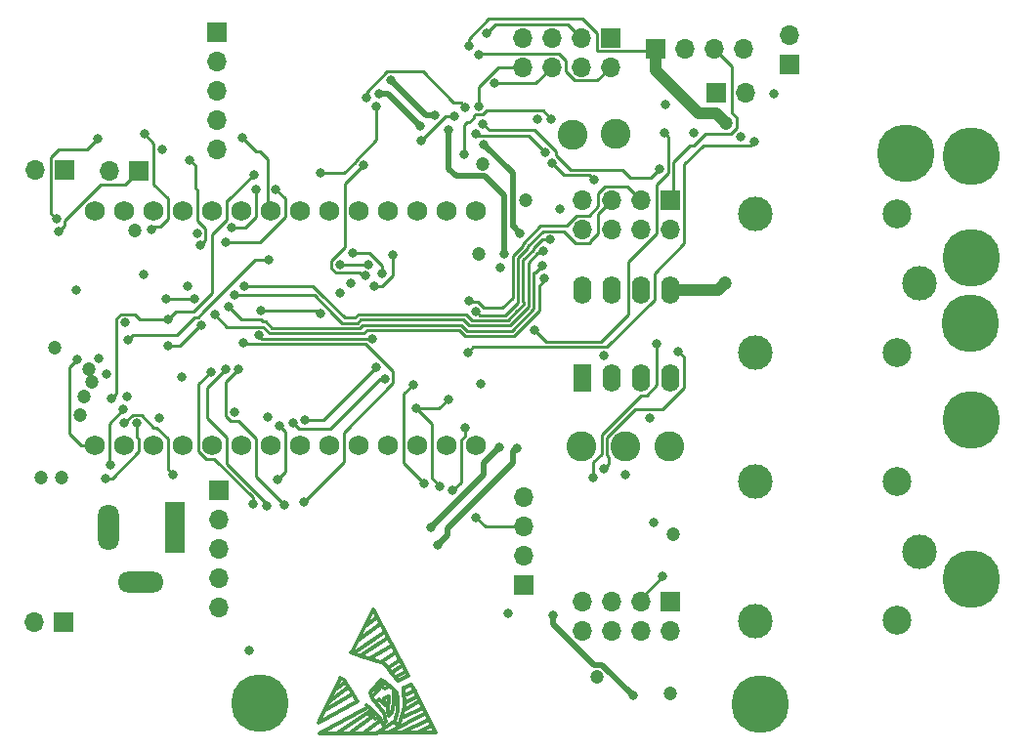
<source format=gbl>
%TF.GenerationSoftware,KiCad,Pcbnew,(5.1.6-0-10_14)*%
%TF.CreationDate,2022-11-25T22:13:13-06:00*%
%TF.ProjectId,mn_wild_siren,6d6e5f77-696c-4645-9f73-6972656e2e6b,rev?*%
%TF.SameCoordinates,Original*%
%TF.FileFunction,Copper,L4,Bot*%
%TF.FilePolarity,Positive*%
%FSLAX46Y46*%
G04 Gerber Fmt 4.6, Leading zero omitted, Abs format (unit mm)*
G04 Created by KiCad (PCBNEW (5.1.6-0-10_14)) date 2022-11-25 22:13:13*
%MOMM*%
%LPD*%
G01*
G04 APERTURE LIST*
%TA.AperFunction,EtchedComponent*%
%ADD10C,0.304800*%
%TD*%
%TA.AperFunction,ComponentPad*%
%ADD11C,2.600000*%
%TD*%
%TA.AperFunction,ComponentPad*%
%ADD12C,5.000000*%
%TD*%
%TA.AperFunction,ComponentPad*%
%ADD13O,1.700000X1.700000*%
%TD*%
%TA.AperFunction,ComponentPad*%
%ADD14R,1.700000X1.700000*%
%TD*%
%TA.AperFunction,ComponentPad*%
%ADD15C,3.000000*%
%TD*%
%TA.AperFunction,ComponentPad*%
%ADD16C,2.500000*%
%TD*%
%TA.AperFunction,ComponentPad*%
%ADD17O,1.600000X2.400000*%
%TD*%
%TA.AperFunction,ComponentPad*%
%ADD18R,1.600000X2.400000*%
%TD*%
%TA.AperFunction,ComponentPad*%
%ADD19R,1.800000X4.400000*%
%TD*%
%TA.AperFunction,ComponentPad*%
%ADD20O,1.800000X4.000000*%
%TD*%
%TA.AperFunction,ComponentPad*%
%ADD21O,4.000000X1.800000*%
%TD*%
%TA.AperFunction,ComponentPad*%
%ADD22C,1.750000*%
%TD*%
%TA.AperFunction,ViaPad*%
%ADD23C,0.800000*%
%TD*%
%TA.AperFunction,ViaPad*%
%ADD24C,1.200000*%
%TD*%
%TA.AperFunction,Conductor*%
%ADD25C,1.000000*%
%TD*%
%TA.AperFunction,Conductor*%
%ADD26C,0.500000*%
%TD*%
%TA.AperFunction,Conductor*%
%ADD27C,0.250000*%
%TD*%
G04 APERTURE END LIST*
D10*
X154325240Y-129531360D02*
X153614040Y-130041900D01*
X153154300Y-131921500D02*
X150416180Y-133773160D01*
X150416180Y-133773160D02*
X150395860Y-133773160D01*
X153436240Y-132302500D02*
X151505840Y-133752840D01*
X154025520Y-132762240D02*
X152653920Y-133773160D01*
X152653920Y-133773160D02*
X152625980Y-133773160D01*
X155214240Y-132833360D02*
X153695320Y-133851900D01*
X158445120Y-133211820D02*
X157324980Y-133803640D01*
X158234300Y-132683500D02*
X155854320Y-133821420D01*
X158015860Y-132122160D02*
X154815460Y-133773160D01*
X157705980Y-131662420D02*
X156085460Y-132452360D01*
X156085460Y-132452360D02*
X156054980Y-132452360D01*
X157424040Y-131113780D02*
X156136260Y-131842760D01*
X157225920Y-130623560D02*
X156154040Y-131212840D01*
X157045580Y-130123180D02*
X156303900Y-130521960D01*
X151554100Y-130501640D02*
X149296040Y-131842760D01*
X151223900Y-129892040D02*
X149575440Y-131182360D01*
X150974980Y-129432300D02*
X150134240Y-130062220D01*
X156184520Y-128492500D02*
X155364100Y-128972560D01*
X155905120Y-128012440D02*
X154985640Y-128642360D01*
X154985640Y-128642360D02*
X154985640Y-128622040D01*
X155724780Y-127501900D02*
X154706240Y-128192780D01*
X155394580Y-126861820D02*
X154124580Y-127651760D01*
X154124580Y-127651760D02*
X154094100Y-127651760D01*
X155033900Y-126231900D02*
X153215260Y-127372360D01*
X154685920Y-125591820D02*
X152476120Y-127042160D01*
X154424300Y-125063500D02*
X151815720Y-126813560D01*
X154025520Y-124403100D02*
X152095120Y-125802640D01*
X153763900Y-123793500D02*
X152725040Y-124532640D01*
X154784980Y-129813300D02*
X154454780Y-129963160D01*
X154454780Y-129963160D02*
X154094100Y-129843780D01*
X154094100Y-129843780D02*
X153614040Y-130372100D01*
X153614040Y-130372100D02*
X153436240Y-130603240D01*
X155193920Y-130321300D02*
X155193920Y-131263640D01*
X155193920Y-131263640D02*
X155064380Y-132101840D01*
X155064380Y-132101840D02*
X154784980Y-132332980D01*
X154784980Y-132332980D02*
X154685920Y-132023100D01*
X154685920Y-132023100D02*
X154815460Y-130623560D01*
X154815460Y-130623560D02*
X154376040Y-130831840D01*
X154376040Y-130831840D02*
X154403980Y-131441440D01*
X154403980Y-131441440D02*
X153974720Y-130902960D01*
X153974720Y-130902960D02*
X153746120Y-131032500D01*
X156136260Y-129892040D02*
X156766180Y-129612640D01*
X156766180Y-129612640D02*
X158826120Y-133773160D01*
X158826120Y-133773160D02*
X148765180Y-133851900D01*
X148765180Y-133851900D02*
X152806320Y-131642100D01*
X151584580Y-126813560D02*
X153464180Y-123082300D01*
X153464180Y-123082300D02*
X156435980Y-128873500D01*
X156435980Y-128873500D02*
X155574920Y-129302760D01*
X155574920Y-129302760D02*
X155544440Y-129302760D01*
X150515240Y-129152900D02*
X148714380Y-132932420D01*
X148714380Y-132932420D02*
X152064640Y-131113780D01*
X152064640Y-131113780D02*
X151996060Y-131083300D01*
X153895980Y-132452360D02*
X153596260Y-132632700D01*
X153596260Y-132632700D02*
X153565780Y-132632700D01*
X153365120Y-131921500D02*
X153106040Y-132272020D01*
X151475360Y-126861820D02*
X152425320Y-127143760D01*
X152425320Y-127143760D02*
X154325240Y-127811780D01*
X154325240Y-127811780D02*
X155554600Y-129323080D01*
X156054980Y-129881880D02*
X156164200Y-131563360D01*
X156164200Y-131563360D02*
X155666360Y-133232140D01*
X155666360Y-133232140D02*
X155295520Y-132813040D01*
X155295520Y-132813040D02*
X155524120Y-131941820D01*
X155524120Y-131941820D02*
X155524120Y-130882640D01*
X155524120Y-130882640D02*
X155445380Y-130341620D01*
X155445380Y-130341620D02*
X155394580Y-130293360D01*
X155394580Y-130293360D02*
X155145660Y-129963160D01*
X155145660Y-129963160D02*
X154304920Y-129333240D01*
X154304920Y-129333240D02*
X154076320Y-129183380D01*
X154076320Y-129183380D02*
X153215260Y-130273040D01*
X153215260Y-130273040D02*
X153365120Y-130783580D01*
X153365120Y-130783580D02*
X154376040Y-132053580D01*
X154376040Y-132053580D02*
X154536060Y-132833360D01*
X154536060Y-132833360D02*
X154304920Y-133143240D01*
X154304920Y-133143240D02*
X153995040Y-132482840D01*
X153995040Y-132482840D02*
X153484500Y-131972300D01*
X153484500Y-131972300D02*
X152874900Y-131441440D01*
X152016380Y-131002020D02*
X151505840Y-130171440D01*
X151505840Y-130171440D02*
X151175640Y-129632960D01*
X151175640Y-129632960D02*
X150896240Y-129203700D01*
X150896240Y-129203700D02*
X150566040Y-129071620D01*
D11*
X170736000Y-81937000D03*
D12*
X205232000Y-92646500D03*
D11*
X174416000Y-81907000D03*
D12*
X205168500Y-98298000D03*
X205232000Y-120459500D03*
X199600000Y-83566000D03*
X205232000Y-83820000D03*
X205232000Y-106680000D03*
X143610000Y-131240000D03*
X186974000Y-131358000D03*
D13*
X166370000Y-76089000D03*
X166370000Y-73549000D03*
X168910000Y-76089000D03*
X168910000Y-73549000D03*
X171450000Y-76089000D03*
X171450000Y-73549000D03*
X173990000Y-76089000D03*
D14*
X173990000Y-73549000D03*
D13*
X166480000Y-113390000D03*
X166480000Y-115930000D03*
X166480000Y-118470000D03*
D14*
X166480000Y-121010000D03*
D13*
X185540000Y-74540000D03*
X183000000Y-74540000D03*
X180460000Y-74540000D03*
D14*
X177920000Y-74540000D03*
D11*
X175298000Y-108966000D03*
X171488000Y-108966000D03*
X179108000Y-108966000D03*
D13*
X185680000Y-78330000D03*
D14*
X183140000Y-78330000D03*
D13*
X189510000Y-73300000D03*
D14*
X189510000Y-75840000D03*
D13*
X124140000Y-85010000D03*
D14*
X126680000Y-85010000D03*
D13*
X130530000Y-85090000D03*
D14*
X133070000Y-85090000D03*
D15*
X200723500Y-94869000D03*
D16*
X198773500Y-100819000D03*
D15*
X186523500Y-100869000D03*
X186573500Y-88819000D03*
D16*
X198773500Y-88819000D03*
D15*
X200723500Y-118110000D03*
D16*
X198773500Y-124060000D03*
D15*
X186523500Y-124110000D03*
X186573500Y-112060000D03*
D16*
X198773500Y-112060000D03*
D13*
X124050000Y-124190000D03*
D14*
X126590000Y-124190000D03*
D17*
X171580000Y-95410000D03*
X179200000Y-103030000D03*
X174120000Y-95410000D03*
X176660000Y-103030000D03*
X176660000Y-95410000D03*
X174120000Y-103030000D03*
X179200000Y-95410000D03*
D18*
X171580000Y-103030000D03*
D13*
X140086907Y-122936117D03*
X140086907Y-120396117D03*
X140086907Y-117856117D03*
X140086907Y-115316117D03*
D14*
X140086907Y-112776117D03*
D13*
X139855106Y-83225459D03*
X139855106Y-80685459D03*
X139855106Y-78145459D03*
X139855106Y-75605459D03*
D14*
X139855106Y-73065459D03*
D19*
X136273000Y-115973000D03*
D20*
X130473000Y-115973000D03*
D21*
X133273000Y-120773000D03*
D22*
X162360000Y-88540000D03*
X162360000Y-108860000D03*
X159820000Y-88540000D03*
X159820000Y-108860000D03*
X157280000Y-88540000D03*
X157280000Y-108860000D03*
X154740000Y-88540000D03*
X154740000Y-108860000D03*
X152200000Y-88540000D03*
X152200000Y-108860000D03*
X149660000Y-88540000D03*
X149660000Y-108860000D03*
X147120000Y-88540000D03*
X147120000Y-108860000D03*
X144580000Y-88540000D03*
X144580000Y-108860000D03*
X142040000Y-88540000D03*
X142040000Y-108860000D03*
X139500000Y-88540000D03*
X139500000Y-108860000D03*
X136960000Y-88540000D03*
X136960000Y-108860000D03*
X134420000Y-88540000D03*
X134420000Y-108860000D03*
X131880000Y-88540000D03*
X131880000Y-108860000D03*
X129340000Y-88540000D03*
X129340000Y-108860000D03*
D14*
X179140000Y-122400000D03*
D13*
X179140000Y-124940000D03*
X176600000Y-122400000D03*
X176600000Y-124940000D03*
X174060000Y-122400000D03*
X174060000Y-124940000D03*
X171520000Y-122400000D03*
X171520000Y-124940000D03*
D14*
X179170000Y-87620000D03*
D13*
X179170000Y-90160000D03*
X176630000Y-87620000D03*
X176630000Y-90160000D03*
X174090000Y-87620000D03*
X174090000Y-90160000D03*
X171550000Y-87620000D03*
X171550000Y-90160000D03*
D23*
X131920000Y-98240000D03*
X129610000Y-101360000D03*
X134900000Y-106540000D03*
D24*
X132740000Y-90230000D03*
D23*
X135110000Y-83200000D03*
X150552000Y-95710000D03*
X178710000Y-79380000D03*
D24*
X125860000Y-100430000D03*
D23*
X132095000Y-104625000D03*
X142705000Y-126665000D03*
D24*
X128009999Y-106260001D03*
D23*
X141380000Y-106040000D03*
D24*
X172830000Y-128960000D03*
D23*
X177770000Y-115550000D03*
X188130000Y-78380000D03*
X185290000Y-82100000D03*
X127680000Y-95440000D03*
X173380000Y-101090000D03*
D24*
X166594999Y-87645001D03*
X179440000Y-116560000D03*
X183950000Y-94800000D03*
D23*
X175240000Y-111430000D03*
X165080000Y-123430000D03*
X167620000Y-80592000D03*
X138173000Y-90481000D03*
D24*
X179175000Y-130391000D03*
X124655000Y-111645000D03*
X126390000Y-111647490D03*
D23*
X169013000Y-123607000D03*
X175944000Y-130580000D03*
X136840000Y-102980000D03*
X130330000Y-102690000D03*
X133530000Y-94060000D03*
D24*
X129050000Y-103350000D03*
X128345000Y-104695000D03*
X128790000Y-102310000D03*
X162560000Y-92270000D03*
D23*
X162585000Y-79495000D03*
X137380000Y-95080000D03*
X134170000Y-90200000D03*
X144300000Y-106430000D03*
X162780000Y-103580000D03*
X151492001Y-94859999D03*
X133590000Y-81910000D03*
X135440000Y-96160000D03*
X135650000Y-97950000D03*
X130729999Y-104832001D03*
X162540000Y-75040000D03*
X143070000Y-85450000D03*
X148860000Y-85310000D03*
D24*
X162950000Y-84490000D03*
X183965000Y-80925000D03*
D23*
X126160000Y-90360000D03*
X153684000Y-79492000D03*
X161714000Y-74263000D03*
X177390000Y-106480000D03*
X169636000Y-88415000D03*
X141160000Y-89980000D03*
X143300000Y-86680000D03*
X163230000Y-73180000D03*
X140630000Y-91270000D03*
X144990000Y-86700000D03*
X163960000Y-77480000D03*
X131790000Y-105780000D03*
X130685000Y-110555000D03*
X162350000Y-115130000D03*
X145125000Y-111855000D03*
X145295000Y-107205000D03*
X132980000Y-106980000D03*
X130210000Y-111730000D03*
X137900000Y-96160000D03*
X131850000Y-106980000D03*
X136100000Y-111430000D03*
X146490000Y-106980000D03*
X154430000Y-103150000D03*
X162300000Y-97329000D03*
X168917000Y-84435000D03*
X172571000Y-85837000D03*
X147510000Y-106730000D03*
X153710000Y-102110000D03*
X161705000Y-96354000D03*
X172510000Y-111650000D03*
X178020000Y-100120000D03*
X173390000Y-110890000D03*
X179830000Y-100720000D03*
X178508000Y-120276000D03*
X161624000Y-100836000D03*
X186414000Y-82598000D03*
X156860000Y-103610000D03*
X157795000Y-112165000D03*
X148870000Y-97460000D03*
X181180000Y-81810000D03*
X152800000Y-78710000D03*
X152590000Y-84550000D03*
X143703649Y-97220649D03*
X152729000Y-94172000D03*
X178242999Y-84925001D03*
X161416000Y-79570000D03*
X162933000Y-81033000D03*
X132200000Y-99730000D03*
X164450000Y-93440000D03*
X154220000Y-93970000D03*
X151660000Y-92220000D03*
X144380000Y-92840000D03*
X167425421Y-98910579D03*
X178648000Y-81832000D03*
X135630000Y-100220000D03*
X138510000Y-98490000D03*
X153025001Y-93195001D03*
X150544999Y-93195001D03*
X161273000Y-83697000D03*
X168877000Y-80592000D03*
X153970000Y-78430000D03*
X163000000Y-82800000D03*
X157480000Y-81190000D03*
X166159000Y-90497000D03*
X164340000Y-109090000D03*
X158435000Y-115965000D03*
X154990000Y-77230000D03*
X159990000Y-81510000D03*
X158730000Y-80250000D03*
X164790000Y-92282000D03*
X127770000Y-101400000D03*
X125975000Y-89275000D03*
X142090000Y-82230000D03*
X129540000Y-82296000D03*
X165850000Y-109140000D03*
X159005000Y-117565000D03*
X137550000Y-84180000D03*
X138455000Y-91537000D03*
X157150000Y-105670000D03*
X159190000Y-112420000D03*
X159915000Y-104895000D03*
X160320000Y-112800000D03*
X161400000Y-107330000D03*
X153510000Y-95060000D03*
X155110000Y-92340000D03*
X157550000Y-82503002D03*
X160460000Y-80370000D03*
X143550000Y-99350000D03*
X153372018Y-99626000D03*
X168317000Y-83529000D03*
X162307000Y-81889000D03*
X147390000Y-113820000D03*
X142201000Y-99967000D03*
X145710000Y-114060000D03*
X141750000Y-102276004D03*
X144230000Y-114120000D03*
X140650000Y-102303002D03*
X142980000Y-113940000D03*
X139350000Y-102530000D03*
X142252000Y-95054000D03*
X141403000Y-95889000D03*
X168155000Y-92002000D03*
X140932000Y-96893000D03*
X168713440Y-91046000D03*
X139672000Y-97564000D03*
X168261000Y-94406000D03*
X168098000Y-93280000D03*
D25*
X183340000Y-95410000D02*
X183950000Y-94800000D01*
X179200000Y-95410000D02*
X183340000Y-95410000D01*
D26*
X172565997Y-127909999D02*
X173273999Y-127909999D01*
X169013000Y-124357002D02*
X172565997Y-127909999D01*
X169013000Y-123607000D02*
X169013000Y-124357002D01*
X173273999Y-127909999D02*
X175944000Y-130580000D01*
X175944000Y-130580000D02*
X175944000Y-130580000D01*
D27*
X164277998Y-76089000D02*
X162580000Y-77786998D01*
X166370000Y-76089000D02*
X164277998Y-76089000D01*
X162580000Y-77786998D02*
X162580000Y-79370000D01*
X162580000Y-79370000D02*
X162580000Y-79490000D01*
X162580000Y-79490000D02*
X162585000Y-79495000D01*
X184504999Y-80095997D02*
X184890001Y-80480999D01*
X184504999Y-76044999D02*
X184504999Y-80095997D01*
X183000000Y-74540000D02*
X184504999Y-76044999D01*
X134384999Y-82704999D02*
X133590000Y-81910000D01*
X135620001Y-89249999D02*
X135620001Y-87504316D01*
X134950000Y-89920000D02*
X135620001Y-89249999D01*
X134384999Y-86269314D02*
X134384999Y-82704999D01*
X134450000Y-89920000D02*
X134950000Y-89920000D01*
X135620001Y-87504316D02*
X134384999Y-86269314D01*
X134170000Y-90200000D02*
X134450000Y-89920000D01*
X179418010Y-84335990D02*
X179418010Y-87371990D01*
X181171002Y-82892000D02*
X180862000Y-82892000D01*
X184409001Y-81850001D02*
X182213001Y-81850001D01*
X184890001Y-81369001D02*
X184409001Y-81850001D01*
X179418010Y-87371990D02*
X179170000Y-87620000D01*
X182213001Y-81850001D02*
X181171002Y-82892000D01*
X180862000Y-82892000D02*
X179418010Y-84335990D01*
X184890001Y-80480999D02*
X184890001Y-81369001D01*
X131194999Y-97891999D02*
X131194999Y-104367001D01*
X131194999Y-104367001D02*
X130729999Y-104832001D01*
X133210000Y-97950000D02*
X132774999Y-97514999D01*
X131571999Y-97514999D02*
X131194999Y-97891999D01*
X135650000Y-97950000D02*
X133210000Y-97950000D01*
X132774999Y-97514999D02*
X131571999Y-97514999D01*
X140700001Y-89366997D02*
X140700001Y-87673537D01*
X135650000Y-97950000D02*
X136285010Y-97314990D01*
X136285010Y-97314990D02*
X137818012Y-97314990D01*
X139465001Y-95668001D02*
X139465001Y-90601997D01*
X139465001Y-90601997D02*
X140700001Y-89366997D01*
X137818012Y-97314990D02*
X139465001Y-95668001D01*
X140700001Y-87673537D02*
X140846463Y-87673537D01*
X140846463Y-87673537D02*
X143070000Y-85450000D01*
X162666001Y-74913999D02*
X162540000Y-75040000D01*
X169474001Y-74913999D02*
X162666001Y-74913999D01*
X170085001Y-75524999D02*
X169474001Y-74913999D01*
X170085001Y-76463003D02*
X170085001Y-75524999D01*
X170885999Y-77264001D02*
X170085001Y-76463003D01*
X172814999Y-77264001D02*
X170885999Y-77264001D01*
X173990000Y-76089000D02*
X172814999Y-77264001D01*
D25*
X177920000Y-76390000D02*
X181640000Y-80110000D01*
X177920000Y-74540000D02*
X177920000Y-76390000D01*
X181640000Y-80110000D02*
X183150000Y-80110000D01*
X183150000Y-80110000D02*
X183965000Y-80925000D01*
X183965000Y-80925000D02*
X183980000Y-80940000D01*
D27*
X131894999Y-86265001D02*
X133070000Y-85090000D01*
X126700001Y-89403997D02*
X129838997Y-86265001D01*
X129838997Y-86265001D02*
X131894999Y-86265001D01*
X126700001Y-89819999D02*
X126700001Y-89403997D01*
X126160000Y-90360000D02*
X126700001Y-89819999D01*
X148860000Y-85310000D02*
X150873999Y-85310000D01*
X151864999Y-84319000D02*
X151864999Y-84211001D01*
X150873999Y-85310000D02*
X151864999Y-84319000D01*
X153684000Y-82392000D02*
X153684000Y-79492000D01*
X151864999Y-84211001D02*
X153684000Y-82392000D01*
X171563991Y-71923989D02*
X163426011Y-71923989D01*
X177735999Y-74724001D02*
X172879999Y-74724001D01*
X172814999Y-73174997D02*
X171563991Y-71923989D01*
X172814999Y-74659001D02*
X172814999Y-73174997D01*
X172879999Y-74724001D02*
X172814999Y-74659001D01*
X177920000Y-74540000D02*
X177735999Y-74724001D01*
X161714000Y-73636000D02*
X161714000Y-74263000D01*
X163426011Y-71923989D02*
X161714000Y-73636000D01*
X142376002Y-89980000D02*
X143300000Y-89056002D01*
X141160000Y-89980000D02*
X142376002Y-89980000D01*
X143300000Y-89056002D02*
X143300000Y-86680000D01*
X170274999Y-72373999D02*
X171450000Y-73549000D01*
X164036001Y-72373999D02*
X170274999Y-72373999D01*
X163230000Y-73180000D02*
X164036001Y-72373999D01*
X145780001Y-89116001D02*
X145780001Y-87490001D01*
X143626002Y-91270000D02*
X145780001Y-89116001D01*
X140630000Y-91270000D02*
X143626002Y-91270000D01*
X145780001Y-87490001D02*
X144990000Y-86700000D01*
X167519000Y-77480000D02*
X163960000Y-77480000D01*
X168910000Y-76089000D02*
X167519000Y-77480000D01*
X130540001Y-107029999D02*
X131790000Y-105780000D01*
X130540001Y-110410001D02*
X130540001Y-107029999D01*
X130685000Y-110555000D02*
X130540001Y-110410001D01*
X166480000Y-115930000D02*
X163150000Y-115930000D01*
X163150000Y-115930000D02*
X162350000Y-115130000D01*
X145780001Y-111199999D02*
X145780001Y-107690001D01*
X145125000Y-111855000D02*
X145780001Y-111199999D01*
X145780001Y-107690001D02*
X145295000Y-107205000D01*
X145295000Y-107205000D02*
X145210000Y-107120000D01*
X135440000Y-96160000D02*
X137310000Y-96160000D01*
X130786002Y-111730000D02*
X130210000Y-111730000D01*
X133080001Y-109436001D02*
X130786002Y-111730000D01*
X133080001Y-108283999D02*
X133080001Y-109436001D01*
X132980000Y-108183998D02*
X133080001Y-108283999D01*
X132980000Y-106980000D02*
X132980000Y-108183998D01*
X137310000Y-96160000D02*
X137900000Y-96160000D01*
X132575001Y-106254999D02*
X131850000Y-106980000D01*
X134664003Y-107328001D02*
X134401003Y-107328001D01*
X133328001Y-106254999D02*
X132575001Y-106254999D01*
X134401003Y-107328001D02*
X133328001Y-106254999D01*
X135620001Y-108283999D02*
X134664003Y-107328001D01*
X135620001Y-110950001D02*
X135620001Y-108283999D01*
X136100000Y-111430000D02*
X135620001Y-110950001D01*
X146965001Y-107455001D02*
X149694999Y-107455001D01*
X146490000Y-106980000D02*
X146965001Y-107455001D01*
X149694999Y-107455001D02*
X154000000Y-103150000D01*
X154000000Y-103150000D02*
X154430000Y-103150000D01*
X169971997Y-90320999D02*
X170985999Y-91335001D01*
X168126589Y-90320999D02*
X169971997Y-90320999D01*
X165959969Y-96534621D02*
X165959970Y-92648620D01*
X166838991Y-91608597D02*
X168126589Y-90320999D01*
X165959970Y-92648620D02*
X166838990Y-91769600D01*
X164890599Y-97603991D02*
X165959969Y-96534621D01*
X162681991Y-97603991D02*
X164890599Y-97603991D01*
X166838990Y-91769600D02*
X166838991Y-91608597D01*
X162407000Y-97329000D02*
X162681991Y-97603991D01*
X162300000Y-97329000D02*
X162407000Y-97329000D01*
X168917000Y-84435000D02*
X169919000Y-85437000D01*
X169919000Y-85437000D02*
X172171000Y-85437000D01*
X172171000Y-85437000D02*
X172571000Y-85837000D01*
X172571000Y-85837000D02*
X172571000Y-85837000D01*
X172914999Y-90534003D02*
X172914999Y-88820411D01*
X172914999Y-88820411D02*
X174090000Y-87645410D01*
X172242001Y-91207001D02*
X172914999Y-90534003D01*
X174090000Y-87645410D02*
X174090000Y-87620000D01*
X172242001Y-91335001D02*
X172242001Y-91207001D01*
X170985999Y-91335001D02*
X172242001Y-91335001D01*
X147510000Y-106730000D02*
X149090000Y-106730000D01*
X149090000Y-106730000D02*
X153710000Y-102110000D01*
X173525999Y-86444999D02*
X175454999Y-86444999D01*
X172914999Y-87055999D02*
X173525999Y-86444999D01*
X171044387Y-88984999D02*
X172114001Y-88984999D01*
X163025001Y-96980999D02*
X164614001Y-96980999D01*
X167940189Y-89870989D02*
X170158397Y-89870989D01*
X165509960Y-96085040D02*
X165509961Y-92462219D01*
X166388982Y-91422196D02*
X167940189Y-89870989D01*
X165509961Y-92462219D02*
X166388982Y-91583198D01*
X164614001Y-96980999D02*
X165509960Y-96085040D01*
X170158397Y-89870989D02*
X171044387Y-88984999D01*
X166388982Y-91583198D02*
X166388982Y-91422196D01*
X175454999Y-86444999D02*
X176630000Y-87620000D01*
X172114001Y-88984999D02*
X172914999Y-88184001D01*
X162480502Y-96436500D02*
X163025001Y-96980999D01*
X172914999Y-88184001D02*
X172914999Y-87055999D01*
X161787500Y-96436500D02*
X161705000Y-96354000D01*
X162480502Y-96436500D02*
X161787500Y-96436500D01*
X176667578Y-104555010D02*
X177125994Y-104555010D01*
X173222990Y-107999598D02*
X176667578Y-104555010D01*
X173222989Y-109636013D02*
X173222990Y-107999598D01*
X172510000Y-110349002D02*
X173222989Y-109636013D01*
X177125994Y-104555010D02*
X178020000Y-103661004D01*
X172510000Y-111650000D02*
X172510000Y-110349002D01*
X178020000Y-103661004D02*
X178020000Y-100120000D01*
X173390000Y-110890000D02*
X173820000Y-110460000D01*
X173672999Y-108185999D02*
X176138998Y-105720000D01*
X173672999Y-109746001D02*
X173672999Y-108185999D01*
X173820000Y-109893002D02*
X173672999Y-109746001D01*
X173820000Y-110460000D02*
X173820000Y-109893002D01*
X180325010Y-103895994D02*
X180325010Y-101215010D01*
X178501004Y-105720000D02*
X180325010Y-103895994D01*
X176138998Y-105720000D02*
X178501004Y-105720000D01*
X180325010Y-101215010D02*
X179830000Y-100720000D01*
X179830000Y-100720000D02*
X179790000Y-100680000D01*
X176600000Y-122184000D02*
X176600000Y-122400000D01*
X178508000Y-120276000D02*
X176600000Y-122184000D01*
X177805001Y-96256003D02*
X173696005Y-100364999D01*
X162095001Y-100364999D02*
X161624000Y-100836000D01*
X173696005Y-100364999D02*
X162095001Y-100364999D01*
X177805001Y-93972999D02*
X180372000Y-91406000D01*
X177805001Y-93972999D02*
X177805001Y-96256003D01*
X180372000Y-91406000D02*
X180372000Y-84564000D01*
X180372000Y-84564000D02*
X180372000Y-84546000D01*
X180372000Y-84546000D02*
X182040000Y-82878000D01*
X182040000Y-82878000D02*
X186134000Y-82878000D01*
X186134000Y-82878000D02*
X186414000Y-82598000D01*
X186414000Y-82598000D02*
X186414000Y-82598000D01*
X157795000Y-112165000D02*
X156079999Y-110449999D01*
X156079999Y-104390001D02*
X156860000Y-103610000D01*
X156079999Y-110449999D02*
X156079999Y-104390001D01*
X157724999Y-76504999D02*
X154641999Y-76504999D01*
X154641999Y-76504999D02*
X152800000Y-78346998D01*
X152800000Y-78346998D02*
X152800000Y-78710000D01*
X149819998Y-92847000D02*
X149819998Y-93543002D01*
X150934999Y-91731999D02*
X149819998Y-92847000D01*
X150934999Y-86205001D02*
X150934999Y-91731999D01*
X152590000Y-84550000D02*
X150934999Y-86205001D01*
X148630649Y-97220649D02*
X148870000Y-97460000D01*
X143703649Y-97220649D02*
X148630649Y-97220649D01*
X149819998Y-93543002D02*
X150200498Y-93923502D01*
X150200498Y-93923502D02*
X152279498Y-93923502D01*
X152279498Y-93923502D02*
X152527996Y-94172000D01*
X152527996Y-94172000D02*
X152729000Y-94172000D01*
X177482000Y-85686000D02*
X178242999Y-84925001D01*
X175707000Y-85686000D02*
X177482000Y-85686000D01*
X170541992Y-84986990D02*
X175007990Y-84986990D01*
X169290000Y-83734998D02*
X170541992Y-84986990D01*
X169290000Y-83428998D02*
X169290000Y-83734998D01*
X167437002Y-81576000D02*
X169290000Y-83428998D01*
X163476000Y-81576000D02*
X167437002Y-81576000D01*
X175007990Y-84986990D02*
X175707000Y-85686000D01*
X162933000Y-81033000D02*
X163476000Y-81576000D01*
X161008000Y-79162000D02*
X161416000Y-79570000D01*
X160382000Y-79162000D02*
X161008000Y-79162000D01*
X160382000Y-79162000D02*
X157724999Y-76504999D01*
X132599999Y-99330001D02*
X136369999Y-99330001D01*
X132200000Y-99730000D02*
X132599999Y-99330001D01*
X137770000Y-97930000D02*
X137935001Y-97764999D01*
X136369999Y-99330001D02*
X137770000Y-97930000D01*
X138135001Y-97764999D02*
X138255001Y-97764999D01*
X137935001Y-97764999D02*
X138135001Y-97764999D01*
X154220000Y-93316998D02*
X153123002Y-92220000D01*
X154220000Y-93970000D02*
X154220000Y-93316998D01*
X153123002Y-92220000D02*
X151660000Y-92220000D01*
X143180000Y-92840000D02*
X138725000Y-97295000D01*
X144380000Y-92840000D02*
X143180000Y-92840000D01*
X138725000Y-97295000D02*
X138980000Y-97040000D01*
X138255001Y-97764999D02*
X138725000Y-97295000D01*
X167425421Y-98910579D02*
X168429831Y-99914989D01*
X168429831Y-99914989D02*
X173127011Y-99914989D01*
X177994999Y-90534003D02*
X177994999Y-86246003D01*
X175534990Y-92994012D02*
X177994999Y-90534003D01*
X175534990Y-97507010D02*
X175534990Y-92994012D01*
X177994999Y-86246003D02*
X178968000Y-85273002D01*
X178968000Y-85273002D02*
X178968000Y-82152000D01*
X173127011Y-99914989D02*
X175534990Y-97507010D01*
X178968000Y-82152000D02*
X178648000Y-81832000D01*
X178648000Y-81832000D02*
X178648000Y-81832000D01*
X135630000Y-100220000D02*
X136640000Y-100220000D01*
X136640000Y-100220000D02*
X138160000Y-98700000D01*
X138160000Y-98700000D02*
X138370000Y-98490000D01*
X138370000Y-98490000D02*
X138510000Y-98490000D01*
X153025001Y-93195001D02*
X150544999Y-93195001D01*
X163289002Y-79864000D02*
X168149000Y-79864000D01*
X168149000Y-79864000D02*
X168877000Y-80592000D01*
X168877000Y-80592000D02*
X168877000Y-80592000D01*
X162933001Y-80220001D02*
X163185501Y-79967501D01*
X162119501Y-80337499D02*
X162236999Y-80220001D01*
X161742501Y-80899501D02*
X162119501Y-80522501D01*
X162119501Y-80522501D02*
X162119501Y-80337499D01*
X161534499Y-80899501D02*
X161742501Y-80899501D01*
X161273000Y-81161000D02*
X161534499Y-80899501D01*
X161273000Y-83697000D02*
X161273000Y-81161000D01*
X163185501Y-79967501D02*
X163289002Y-79864000D01*
X162236999Y-80220001D02*
X162933001Y-80220001D01*
D26*
X165510000Y-85310000D02*
X163000000Y-82800000D01*
X154720000Y-78430000D02*
X157480000Y-81190000D01*
X153970000Y-78430000D02*
X154720000Y-78430000D01*
X165510000Y-89940000D02*
X165602000Y-89940000D01*
X165510000Y-89940000D02*
X165510000Y-85310000D01*
X165602000Y-89940000D02*
X166159000Y-90497000D01*
X166159000Y-90497000D02*
X166168000Y-90506000D01*
X159060000Y-115340000D02*
X162990000Y-111410000D01*
X162990000Y-111410000D02*
X162990000Y-110440000D01*
X162990000Y-110440000D02*
X164340000Y-109090000D01*
X159060000Y-115340000D02*
X158435000Y-115965000D01*
X158010000Y-80250000D02*
X154990000Y-77230000D01*
X158730000Y-80250000D02*
X158010000Y-80250000D01*
X163080001Y-85540001D02*
X164790000Y-87250000D01*
X159990000Y-84944002D02*
X160585999Y-85540001D01*
X160585999Y-85540001D02*
X163080001Y-85540001D01*
X159990000Y-81510000D02*
X159990000Y-84944002D01*
X164790000Y-87250000D02*
X164790000Y-91221000D01*
X164790000Y-91221000D02*
X164790000Y-92282000D01*
X164790000Y-92282000D02*
X164790000Y-92282000D01*
D27*
X127084998Y-102085002D02*
X127770000Y-101400000D01*
X127084998Y-107842434D02*
X127084998Y-102085002D01*
X128102564Y-108860000D02*
X127084998Y-107842434D01*
X129340000Y-108860000D02*
X128102564Y-108860000D01*
X126184998Y-83220000D02*
X125504999Y-83899999D01*
X125504999Y-88804999D02*
X125975000Y-89275000D01*
X125504999Y-83899999D02*
X125504999Y-88804999D01*
X143303002Y-83443002D02*
X142090000Y-82230000D01*
X143303002Y-83443002D02*
X143603002Y-83443002D01*
X144264999Y-84104999D02*
X144264999Y-88224999D01*
X144264999Y-88224999D02*
X144580000Y-88540000D01*
X143603002Y-83443002D02*
X144264999Y-84104999D01*
X128616000Y-83220000D02*
X129540000Y-82296000D01*
X128108000Y-83220000D02*
X128616000Y-83220000D01*
X128108000Y-83220000D02*
X126184998Y-83220000D01*
D26*
X159890000Y-116680000D02*
X159005000Y-117565000D01*
X165560000Y-110414315D02*
X159890000Y-116084315D01*
X165560000Y-109430000D02*
X165560000Y-110414315D01*
X159890000Y-116084315D02*
X159890000Y-116680000D01*
X165850000Y-109140000D02*
X165560000Y-109430000D01*
D27*
X138160001Y-89394999D02*
X138898001Y-90132999D01*
X138898001Y-91093999D02*
X138455000Y-91537000D01*
X138160001Y-86750001D02*
X138160001Y-89394999D01*
X138898001Y-90132999D02*
X138898001Y-91093999D01*
X137990000Y-86580000D02*
X138160001Y-86750001D01*
X137990000Y-84620000D02*
X137990000Y-86580000D01*
X137550000Y-84180000D02*
X137990000Y-84620000D01*
X158480001Y-107000001D02*
X158480001Y-111710001D01*
X158480001Y-111710001D02*
X159190000Y-112420000D01*
X157150000Y-105670000D02*
X158480001Y-107000001D01*
X157150000Y-105670000D02*
X159140000Y-105670000D01*
X159140000Y-105670000D02*
X159915000Y-104895000D01*
X161020001Y-112099999D02*
X160320000Y-112800000D01*
X161020001Y-108439999D02*
X161020001Y-112099999D01*
X161400000Y-108060000D02*
X161020001Y-108439999D01*
X161400000Y-107330000D02*
X161400000Y-108060000D01*
X154203002Y-95060000D02*
X153510000Y-95060000D01*
X155110000Y-92340000D02*
X155110000Y-94153002D01*
X155110000Y-94153002D02*
X154203002Y-95060000D01*
X160460000Y-80370000D02*
X159683002Y-80370000D01*
X159683002Y-80370000D02*
X157550000Y-82503002D01*
X143550000Y-99383000D02*
X143791991Y-99624991D01*
X143550000Y-99350000D02*
X143550000Y-99383000D01*
X143791991Y-99624991D02*
X153371009Y-99624991D01*
X153371009Y-99624991D02*
X153372018Y-99626000D01*
X162492999Y-82074999D02*
X162307000Y-81889000D01*
X166862999Y-82074999D02*
X162492999Y-82074999D01*
X168317000Y-83529000D02*
X166862999Y-82074999D01*
X152748003Y-100075001D02*
X142309001Y-100075001D01*
X142309001Y-100075001D02*
X142201000Y-99967000D01*
X155155001Y-102481999D02*
X152748003Y-100075001D01*
X155155001Y-103498001D02*
X155155001Y-102481999D01*
X150860001Y-107793001D02*
X155155001Y-103498001D01*
X150860001Y-110349999D02*
X150860001Y-107793001D01*
X147390000Y-113820000D02*
X150860001Y-110349999D01*
X140654999Y-103371005D02*
X141750000Y-102276004D01*
X140654999Y-106388001D02*
X140654999Y-103371005D01*
X141031999Y-106765001D02*
X140654999Y-106388001D01*
X143240001Y-108283999D02*
X141721003Y-106765001D01*
X141721003Y-106765001D02*
X141031999Y-106765001D01*
X143240001Y-111590001D02*
X143240001Y-108283999D01*
X145710000Y-114060000D02*
X143240001Y-111590001D01*
X144230000Y-114120000D02*
X144230000Y-113987905D01*
X140700001Y-110457906D02*
X140700001Y-108190001D01*
X144230000Y-113987905D02*
X140700001Y-110457906D01*
X140700001Y-108190001D02*
X139020000Y-106510000D01*
X139020000Y-106510000D02*
X139020000Y-103933002D01*
X139020000Y-103933002D02*
X140650000Y-102303002D01*
X138923999Y-110060001D02*
X138299999Y-109436001D01*
X142980000Y-113374315D02*
X139665686Y-110060001D01*
X138299999Y-109436001D02*
X138299999Y-103580001D01*
X139665686Y-110060001D02*
X138923999Y-110060001D01*
X142980000Y-113940000D02*
X142980000Y-113374315D01*
X138299999Y-103580001D02*
X139350000Y-102530000D01*
X150947361Y-97824951D02*
X151855400Y-97824951D01*
X148891410Y-95769000D02*
X150947361Y-97824951D01*
X168037998Y-91046000D02*
X167289000Y-91794998D01*
X167289000Y-91794998D02*
X167289000Y-91956000D01*
X168713440Y-91046000D02*
X168037998Y-91046000D01*
X166409979Y-96413389D02*
X166446980Y-96450390D01*
X166409979Y-92835021D02*
X166409979Y-96413389D01*
X167289000Y-91956000D02*
X166409979Y-92835021D01*
X166446980Y-96450390D02*
X166446980Y-96684020D01*
X166446980Y-96684020D02*
X165893500Y-97237500D01*
X165893500Y-97237500D02*
X165857000Y-97274000D01*
X165636202Y-99404028D02*
X167797010Y-97243220D01*
X161392799Y-99404029D02*
X165636202Y-99404028D01*
X160883768Y-98895000D02*
X161392799Y-99404029D01*
X152881981Y-98895000D02*
X160883768Y-98895000D01*
X152602000Y-99174981D02*
X152881981Y-98895000D01*
X144439981Y-99174981D02*
X152602000Y-99174981D01*
X143889999Y-98624999D02*
X144439981Y-99174981D01*
X140732999Y-98624999D02*
X143889999Y-98624999D01*
X139672000Y-97564000D02*
X140732999Y-98624999D01*
X167797010Y-95061010D02*
X167817990Y-95061010D01*
X167797010Y-97243220D02*
X167797010Y-95061010D01*
X167817990Y-95061010D02*
X168261000Y-94618000D01*
X168261000Y-94618000D02*
X168261000Y-94406000D01*
X168261000Y-94406000D02*
X168261000Y-94406000D01*
X152514149Y-98439022D02*
X161064200Y-98439022D01*
X143902000Y-98138000D02*
X143938989Y-98174989D01*
X161579198Y-98954020D02*
X165449801Y-98954019D01*
X152228200Y-98724971D02*
X152514149Y-98439022D01*
X144626381Y-98724971D02*
X152228200Y-98724971D01*
X144076400Y-98174990D02*
X144626381Y-98724971D01*
X143938989Y-98174989D02*
X144076400Y-98174990D01*
X167347000Y-97056820D02*
X167347000Y-96104000D01*
X161064200Y-98439022D02*
X161579198Y-98954020D01*
X167347000Y-96104000D02*
X167309999Y-96066999D01*
X165449801Y-98954019D02*
X167347000Y-97056820D01*
X141984650Y-97945650D02*
X140932000Y-96893000D01*
X143655650Y-97945650D02*
X141984650Y-97945650D01*
X143884990Y-98174990D02*
X143655650Y-97945650D01*
X144076400Y-98174990D02*
X143884990Y-98174990D01*
X167309999Y-93913001D02*
X167464999Y-93913001D01*
X167309999Y-96066999D02*
X167309999Y-93913001D01*
X167464999Y-93913001D02*
X168098000Y-93280000D01*
X168098000Y-93280000D02*
X168101000Y-93277000D01*
X168054021Y-92194979D02*
X168155000Y-92094000D01*
X166859989Y-93023969D02*
X167688979Y-92194979D01*
X166859989Y-96226989D02*
X166859989Y-93023969D01*
X165263400Y-98504010D02*
X166896990Y-96870420D01*
X161250600Y-97989012D02*
X161765599Y-98504011D01*
X166896990Y-96870420D02*
X166896990Y-96263990D01*
X150760961Y-98274961D02*
X152041801Y-98274960D01*
X167688979Y-92194979D02*
X168054021Y-92194979D01*
X152041801Y-98274960D02*
X152327749Y-97989012D01*
X161765599Y-98504011D02*
X165263400Y-98504010D01*
X149995998Y-97509998D02*
X150760961Y-98274961D01*
X168155000Y-92094000D02*
X168155000Y-92002000D01*
X141403000Y-95889000D02*
X148372002Y-95889000D01*
X149993000Y-97509998D02*
X149995998Y-97509998D01*
X166896990Y-96263990D02*
X166859989Y-96226989D01*
X152327749Y-97989012D02*
X161250600Y-97989012D01*
X148372002Y-95889000D02*
X149993000Y-97509998D01*
X161951999Y-98054001D02*
X161437000Y-97539002D01*
X165076999Y-98054001D02*
X161951999Y-98054001D01*
X165893500Y-97237500D02*
X165076999Y-98054001D01*
X152141349Y-97539002D02*
X151855400Y-97824951D01*
X161437000Y-97539002D02*
X152141349Y-97539002D01*
X148888412Y-95769000D02*
X148173412Y-95054000D01*
X148173412Y-95054000D02*
X142252000Y-95054000D01*
X148891410Y-95769000D02*
X148888412Y-95769000D01*
M02*

</source>
